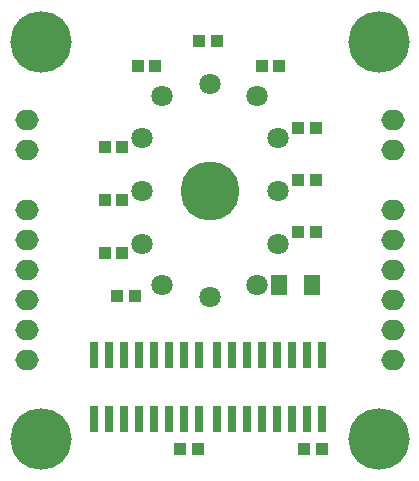
<source format=gbr>
G04 DipTrace 3.1.0.1*
G04 SerialNixieDriver.TopMask.gbr*
%MOIN*%
G04 #@! TF.FileFunction,Soldermask,Top*
G04 #@! TF.Part,Single*
%ADD22C,0.19685*%
%ADD36R,0.031654X0.086772*%
%ADD38R,0.055276X0.071024*%
%ADD44C,0.204882*%
%ADD46C,0.071024*%
%ADD48O,0.078031X0.068031*%
%ADD50R,0.039528X0.039528*%
%FSLAX26Y26*%
G04*
G70*
G90*
G75*
G01*
G04 TopMask*
%LPD*%
D50*
X984567Y486142D3*
X1043622D3*
X1397953D3*
X1457008D3*
D48*
X472756Y1481417D3*
Y1581417D3*
X1693228Y1481417D3*
Y1581417D3*
X472756Y1181417D3*
Y981417D3*
Y1081417D3*
Y1281417D3*
X1693228Y1181417D3*
Y981417D3*
Y1081417D3*
Y1281417D3*
X472756Y781417D3*
Y881417D3*
X1693228Y781417D3*
Y881417D3*
D46*
X1082992Y1701102D3*
X1309370Y1346772D3*
Y1523937D3*
X1082992Y992441D3*
X1309370Y1169606D3*
X1240472Y1031811D3*
Y1661732D3*
X925512D3*
X856614Y1523937D3*
Y1346772D3*
Y1169606D3*
X925512Y1031811D3*
D22*
X1082992Y1346772D3*
D44*
X520000Y1842835D3*
X1645984D3*
X520000Y520000D3*
X1645984D3*
D50*
X1106614Y1846772D3*
X1047559D3*
X901890Y1764094D3*
X842835D3*
X1315276D3*
X1256220D3*
X1378268Y1555433D3*
X1437323D3*
X791654Y1492441D3*
X732598D3*
X1378268Y1382205D3*
X1437323D3*
X791654Y1315276D3*
X732598D3*
X1378268Y1208976D3*
X1437323D3*
X791654Y1138110D3*
X732598D3*
D38*
X1315276Y1031811D3*
X1425512D3*
D50*
X834961Y996378D3*
X775906D3*
D36*
X1047559Y799528D3*
X997559D3*
X947559D3*
X897559D3*
X847559D3*
X797559D3*
X747559D3*
X697559D3*
Y586929D3*
X747559D3*
X797559D3*
X847559D3*
X897559D3*
X947559D3*
X997559D3*
X1047559D3*
X1457008Y799528D3*
X1407008D3*
X1357008D3*
X1307008D3*
X1257008D3*
X1207008D3*
X1157008D3*
X1107008D3*
Y586929D3*
X1157008D3*
X1207008D3*
X1257008D3*
X1307008D3*
X1357008D3*
X1407008D3*
X1457008D3*
M02*

</source>
